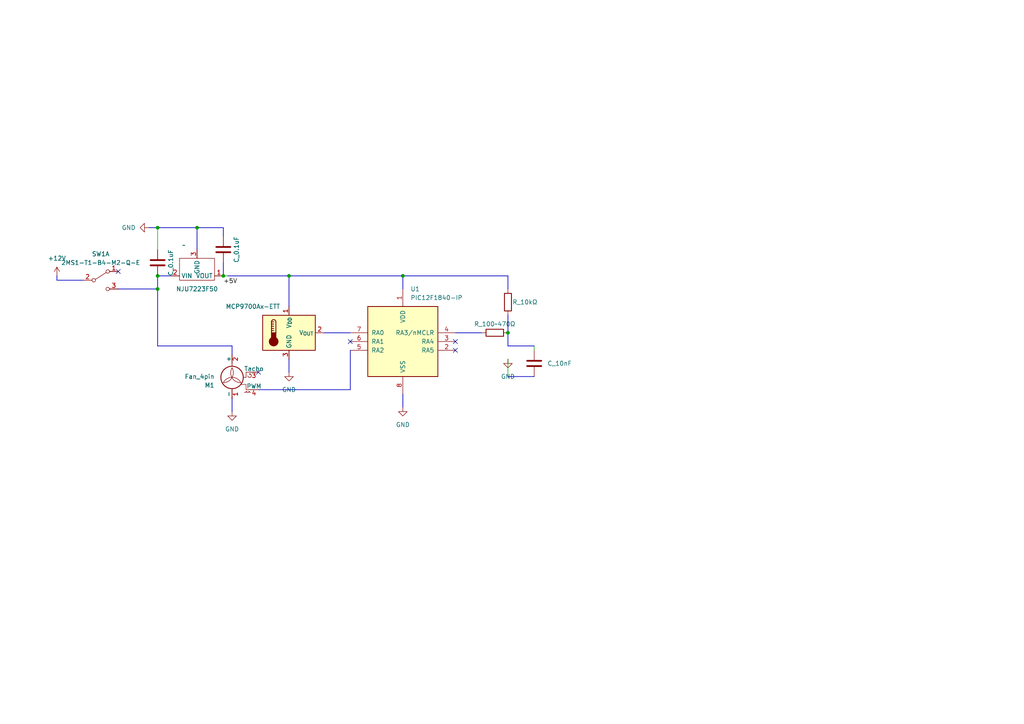
<source format=kicad_sch>
(kicad_sch (version 20230121) (generator eeschema)
  (paper "A4")
  (lib_symbols
    (symbol "Device:C" (pin_numbers hide) (pin_names (offset 0.254))
      (property "Reference" "C" (at 0.635 2.54 0))
      (property "Value" "C" (at 0.635 -2.54 0))
      (symbol "C_0_1"
        (polyline (pts (xy -2.032 -0.762) (xy 2.032 -0.762)) (stroke (width 0.508)))
        (polyline (pts (xy -2.032 0.762) (xy 2.032 0.762)) (stroke (width 0.508)))
      )
      (symbol "C_1_1"
        (pin passive line (at 0 3.81 270) (length 2.794) (name "~") (number "1"))
        (pin passive line (at 0 -3.81 90) (length 2.794) (name "~") (number "2"))
      )
    )
    (symbol "Device:R" (pin_numbers hide) (pin_names (offset 0))
      (property "Reference" "R" (at 2.032 0 90))
      (property "Value" "R" (at 0 0 90))
      (symbol "R_0_1"
        (rectangle (start -1.016 -2.54) (end 1.016 2.54) (stroke (width 0.254)))
      )
      (symbol "R_1_1"
        (pin passive line (at 0 3.81 270) (length 1.27) (name "~") (number "1"))
        (pin passive line (at 0 -3.81 90) (length 1.27) (name "~") (number "2"))
      )
    )
    (symbol "MCU_Microchip_PIC12:PIC12F1840-IP" (pin_names (offset 1.016))
      (property "Reference" "U1" (at 2.1941 15.24 0))
      (property "Value" "PIC12F1840-IP" (at 2.1941 12.7 0))
      (symbol "PIC12F1840-IP_0_1"
        (rectangle (start 10.16 -10.16) (end -10.16 10.16) (stroke (width 0.254)) (fill (type background)))
      )
      (symbol "PIC12F1840-IP_1_1"
        (pin power_in line (at 0 15.24 270) (length 5.08) (name "VDD") (number "1"))
        (pin bidirectional line (at 15.24 -2.54 180) (length 5.08) (name "RA5") (number "2"))
        (pin bidirectional line (at 15.24 0 180) (length 5.08) (name "RA4") (number "3"))
        (pin input line (at 15.24 2.54 180) (length 5.08) (name "RA3/nMCLR") (number "4"))
        (pin bidirectional line (at -15.24 -2.54 0) (length 5.08) (name "RA2") (number "5"))
        (pin bidirectional line (at -15.24 0 0) (length 5.08) (name "RA1") (number "6"))
        (pin bidirectional line (at -15.24 2.54 0) (length 5.08) (name "RA0") (number "7"))
        (pin power_in line (at 0 -15.24 90) (length 5.08) (name "VSS") (number "8"))
      )
    )
    (symbol "Motor:Fan_4pin" (pin_names (offset 0))
      (property "Reference" "M" (at 2.54 5.08 0))
      (property "Value" "Fan_4pin" (at 2.54 -2.54 0))
      (symbol "Fan_4pin_0_0"
        (arc (start -5.588 1.524) (mid -5.08 1.0182) (end -4.572 1.524))
        (arc (start -5.08 2.032) (mid -5.4392 1.8832) (end -5.588 1.524))
        (polyline (pts (xy -5.08 2.032) (xy -5.334 2.159)))
        (polyline (pts (xy -5.08 2.032) (xy -5.207 1.778)))
        (polyline (pts (xy -4.064 2.54) (xy -4.064 1.016) (xy -3.302 1.016)))
      )
      (symbol "Fan_4pin_0_1"
        (arc (start -2.54 -0.508) (mid 0.0028 0.9121) (end 0 3.81))
        (polyline (pts (xy -4.064 2.54) (xy -5.08 2.54)))
        (polyline (pts (xy 0 -5.08) (xy 0 -4.572)))
        (polyline (pts (xy 0 -2.2352) (xy 0 -2.6416)))
        (polyline (pts (xy 0 4.2672) (xy 0 4.6228)))
        (polyline (pts (xy 0 4.572) (xy 0 5.08)))
        (polyline (pts (xy -2.54 -1.016) (xy -4.064 -1.016) (xy -4.064 -2.54) (xy -5.08 -2.54)))
        (polyline (pts (xy -5.334 -3.302) (xy -5.08 -3.302) (xy -5.08 -3.048) (xy -4.826 -3.048) (xy -4.826 -3.302) (xy -4.318 -3.302) (xy -4.318 -3.048) (xy -4.064 -3.048) (xy -4.064 -3.302) (xy -3.556 -3.302)))
        (circle (center 0 1.016) (radius 3.2512) (stroke (width 0.254)))
        (arc (start 0 3.81) (mid 0.053 0.921) (end 2.54 -0.508))
        (arc (start 2.54 -0.508) (mid 0 1.0618) (end -2.54 -0.508))
      )
      (symbol "Fan_4pin_1_1"
        (pin passive line (at 0 -5.08 90) (length 2.54) (name "-") (number "1"))
        (pin passive line (at 0 7.62 270) (length 2.54) (name "+") (number "2"))
        (pin passive line (at -7.62 2.54 0) (length 2.54) (name "Tacho") (number "3"))
        (pin input line (at -7.62 -2.54 0) (length 2.54) (name "PWM") (number "4"))
      )
    )
    (symbol "Ore:NJU7223F50"
      (property "Reference" "NJU7223F50" (at 11.43 1.27 0))
      (symbol "NJU7223F50_0_1"
        (rectangle (start -1.27 10.16) (end 8.89 3.81))
      )
      (symbol "NJU7223F50_1_1"
        (pin output line (at 11.43 8.89 180) (length 2.54) (name "VOUT") (number "1"))
        (pin power_in line (at -3.81 8.89 0) (length 2.54) (name "VIN") (number "2"))
        (pin power_out line (at 3.81 1.27 90) (length 2.54) (name "GND") (number "3"))
      )
    )
    (symbol "Sensor_Temperature:MCP9700Ax-ETT"
      (property "Reference" "U" (at -6.35 6.35 0))
      (property "Value" "MCP9700Ax-ETT" (at 1.27 6.35 0))
      (symbol "MCP9700Ax-ETT_0_1"
        (rectangle (start -7.62 5.08) (end 7.62 -5.08) (stroke (width 0.254)) (fill (type background)))
        (circle (center -4.445 -2.54) (radius 1.27) (stroke (width 0.254)) (fill (type outline)))
        (rectangle (start -3.81 -1.905) (end -5.08 0) (stroke (width 0.254)) (fill (type outline)))
        (arc (start -3.81 3.175) (mid -4.445 3.8073) (end -5.08 3.175) (stroke (width 0.254)))
        (polyline (pts (xy -5.08 0.635) (xy -4.445 0.635)) (stroke (width 0.254)))
        (polyline (pts (xy -5.08 1.27) (xy -4.445 1.27)) (stroke (width 0.254)))
        (polyline (pts (xy -5.08 1.905) (xy -4.445 1.905)) (stroke (width 0.254)))
        (polyline (pts (xy -5.08 2.54) (xy -4.445 2.54)) (stroke (width 0.254)))
        (polyline (pts (xy -5.08 3.175) (xy -5.08 0)) (stroke (width 0.254)))
        (polyline (pts (xy -5.08 3.175) (xy -4.445 3.175)) (stroke (width 0.254)))
        (polyline (pts (xy -3.81 3.175) (xy -3.81 0)) (stroke (width 0.254)))
      )
      (symbol "MCP9700Ax-ETT_1_1"
        (pin power_in line (at 0 7.62 270) (length 2.54) (name "V_{DD}") (number "1"))
        (pin output line (at 10.16 0 180) (length 2.54) (name "V_{OUT}") (number "2"))
        (pin power_in line (at 0 -7.62 90) (length 2.54) (name "GND") (number "3"))
      )
    )
    (symbol "Switch:SW_DPDT_x2" (pin_names (offset 0) hide)
      (property "Reference" "SW" (at 0 4.318 0))
      (property "Value" "SW_DPDT_x2" (at 0 -5.08 0))
      (symbol "SW_DPDT_x2_0_0"
        (circle (center -2.032 0) (radius 0.508))
        (circle (center 2.032 -2.54) (radius 0.508))
      )
      (symbol "SW_DPDT_x2_0_1"
        (polyline (pts (xy -1.524 0.254) (xy 1.651 2.286)))
        (circle (center 2.032 2.54) (radius 0.508))
      )
      (symbol "SW_DPDT_x2_1_1"
        (pin passive line (at 5.08 2.54 180) (length 2.54) (name "A") (number "1"))
        (pin passive line (at -5.08 0 0) (length 2.54) (name "B") (number "2"))
        (pin passive line (at 5.08 -2.54 180) (length 2.54) (name "C") (number "3"))
      )
      (symbol "SW_DPDT_x2_2_1"
        (pin passive line (at 5.08 2.54 180) (length 2.54) (name "A") (number "4"))
        (pin passive line (at -5.08 0 0) (length 2.54) (name "B") (number "5"))
        (pin passive line (at 5.08 -2.54 180) (length 2.54) (name "C") (number "6"))
      )
    )
    (symbol "power:+12V" (power) (pin_names (offset 0))
      (property "Value" "+12V" (at 0 3.556 0))
      (symbol "+12V_0_1"
        (polyline (pts (xy -0.762 1.27) (xy 0 2.54)))
        (polyline (pts (xy 0 0) (xy 0 2.54)))
        (polyline (pts (xy 0 2.54) (xy 0.762 1.27)))
      )
      (symbol "+12V_1_1"
        (pin power_in line (at 0 0 90) (length 0) hide (name "+12V") (number "1"))
      )
    )
    (symbol "power:GND" (power) (pin_names (offset 0))
      (property "Value" "GND" (at 0 -3.81 0))
      (symbol "GND_0_1"
        (polyline (pts (xy 0 0) (xy 0 -1.27) (xy 1.27 -1.27) (xy 0 -2.54) (xy -1.27 -1.27) (xy 0 -1.27)))
      )
      (symbol "GND_1_1"
        (pin power_in line (at 0 0 270) (length 0) hide (name "GND") (number "1"))
      )
    )
  )
  (junction (at 57.15 66.04))
  (junction (at 45.72 83.82))
  (junction (at 45.72 80.01))
  (junction (at 147.32 96.52))
  (junction (at 64.77 80.01))
  (junction (at 116.84 80.01))
  (junction (at 83.82 80.01))
  (junction (at 45.72 66.04))
  (no_connect (at 74.93 107.95))
  (no_connect (at 132.08 101.6))
  (no_connect (at 132.08 99.06))
  (no_connect (at 34.29 78.74))
  (no_connect (at 101.6 99.06))
  (wire (pts (xy 64.77 80.01) (xy 66.04 80.01)))
  (wire (pts (xy 67.31 100.33) (xy 45.72 100.33)) (stroke (width 0.2) (color 0 0 194 1)))
  (wire (pts (xy 147.32 109.22) (xy 147.32 104.14)))
  (wire (pts (xy 116.84 80.01) (xy 116.84 83.82)) (stroke (width 0.2) (color 0 0 194 1)))
  (wire (pts (xy 154.94 101.6) (xy 154.94 100.33)))
  (wire (pts (xy 116.84 114.3) (xy 116.84 118.11)) (stroke (width 0.2) (color 0 0 194 1)))
  (wire (pts (xy 67.31 102.87) (xy 67.31 100.33)) (stroke (width 0.2) (color 0 0 194 1)))
  (wire (pts (xy 116.84 80.01) (xy 147.32 80.01)) (stroke (width 0.2) (color 0 0 194 1)))
  (wire (pts (xy 64.77 66.04) (xy 64.77 68.58)) (stroke (width 0.2) (color 0 0 194 1)))
  (wire (pts (xy 154.94 109.22) (xy 147.32 109.22)) (stroke (width 0.2) (color 0 0 194 1)))
  (wire (pts (xy 45.72 66.04) (xy 57.15 66.04)) (stroke (width 0.2) (color 0 0 194 1)))
  (wire (pts (xy 147.32 91.44) (xy 147.32 96.52)) (stroke (width 0.2) (color 0 0 194 1)))
  (wire (pts (xy 45.72 80.01) (xy 45.72 83.82)) (stroke (width 0.2) (color 0 0 194 1)))
  (wire (pts (xy 45.72 66.04) (xy 45.72 72.39)))
  (wire (pts (xy 147.32 100.33) (xy 147.32 96.52)) (stroke (width 0.2) (color 0 0 194 1)))
  (wire (pts (xy 132.08 96.52) (xy 139.7 96.52)) (stroke (width 0.2) (color 0 0 194 1)))
  (wire (pts (xy 45.72 80.01) (xy 49.53 80.01)) (stroke (width 0.2) (color 0 0 194 1)))
  (wire (pts (xy 43.18 66.04) (xy 45.72 66.04)) (stroke (width 0.2) (color 0 0 194 1)))
  (wire (pts (xy 34.29 83.82) (xy 45.72 83.82)) (stroke (width 0.2) (color 0 0 194 1)))
  (wire (pts (xy 66.04 80.01) (xy 83.82 80.01)) (stroke (width 0.2) (color 0 0 194 1)))
  (wire (pts (xy 74.93 113.03) (xy 101.6 113.03)) (stroke (width 0.2) (color 0 0 194 1)))
  (wire (pts (xy 24.13 81.28) (xy 16.51 81.28)) (stroke (width 0.2) (color 0 0 194 1)))
  (wire (pts (xy 64.77 76.2) (xy 64.77 80.01)) (stroke (width 0.2) (color 0 0 194 1)))
  (wire (pts (xy 83.82 80.01) (xy 116.84 80.01)) (stroke (width 0.2) (color 0 0 194 1)))
  (wire (pts (xy 101.6 113.03) (xy 101.6 101.6)) (stroke (width 0.2) (color 0 0 194 1)))
  (wire (pts (xy 83.82 80.01) (xy 83.82 88.9)) (stroke (width 0.2) (color 0 0 194 1)))
  (wire (pts (xy 154.94 100.33) (xy 147.32 100.33)) (stroke (width 0.2) (color 0 0 194 1)))
  (wire (pts (xy 57.15 66.04) (xy 57.15 72.39)) (stroke (width 0.2) (color 0 0 194 1)))
  (wire (pts (xy 16.51 81.28) (xy 16.51 80.01)) (stroke (width 0.2) (color 0 0 194 1)))
  (wire (pts (xy 93.98 96.52) (xy 101.6 96.52)) (stroke (width 0.2) (color 0 0 194 1)))
  (wire (pts (xy 45.72 100.33) (xy 45.72 83.82)) (stroke (width 0.2) (color 0 0 194 1)))
  (wire (pts (xy 64.77 66.04) (xy 57.15 66.04)) (stroke (width 0.2) (color 0 0 194 1)))
  (wire (pts (xy 67.31 119.38) (xy 67.31 115.57)) (stroke (width 0.2) (color 0 0 194 1)))
  (wire (pts (xy 83.82 104.14) (xy 83.82 107.95)) (stroke (width 0.2) (color 0 0 194 1)))
  (wire (pts (xy 147.32 83.82) (xy 147.32 80.01)) (stroke (width 0.2) (color 0 0 194 1)))
  (label "+5V" (at 64.77 82.55 0))
  (symbol (lib_id "power:GND") (at 83.82 107.95 0) (unit 1)
    (property "Reference" "#PWR05" (effects hide))
    (property "Value" "GND" (at 83.82 113.03 0))
  )
  (symbol (lib_id "Ore:NJU7223F50") (at 53.34 71.12 0) (mirror x) (unit 1)
    (property "Reference" "NJU7223F50" (at 57.15 83.82 0))
    (property "Value" "~" (at 53.34 71.12 0))
  )
  (symbol (lib_id "Device:C") (at 64.77 72.39 0) (mirror x) (unit 1)
    (property "Reference" "C_0.1uF" (at 68.58 72.39 90))
    (property "Value" "C" (effects hide))
  )
  (symbol (lib_id "power:+12V") (at 16.51 80.01 0) (unit 1)
    (property "Reference" "#PWR01" (effects hide))
    (property "Value" "+12V" (at 16.51 74.93 0))
  )
  (symbol (lib_id "Device:R") (at 147.32 87.63 0) (unit 1)
    (property "Reference" "R_10kΩ" (at 148.59 87.63 0) (effects (justify left)))
    (property "Value" "R" (effects hide))
  )
  (symbol (lib_id "Sensor_Temperature:MCP9700Ax-ETT") (at 83.82 96.52 0) (unit 1)
    (property "Reference" "U2" (effects hide))
    (property "Value" "MCP9700Ax-ETT" (at 81.28 88.9 0) (effects (justify right)))
    (property "Footprint" "Package_TO_SOT_SMD:SOT-23" (effects hide))
    (property "Datasheet" "http://ww1.microchip.com/downloads/en/devicedoc/20001942g.pdf" (effects hide))
  )
  (symbol (lib_id "Device:C") (at 45.72 76.2 0) (mirror x) (unit 1)
    (property "Reference" "C_0.1uF" (at 49.53 76.2 90))
    (property "Value" "C" (effects hide))
  )
  (symbol (lib_id "Switch:SW_DPDT_x2") (at 29.21 81.28 0) (unit 1)
    (property "Reference" "SW1" (at 29.21 73.66 0))
    (property "Value" "2MS1-T1-B4-M2-Q-E" (at 29.21 76.2 0))
  )
  (symbol (lib_id "power:GND") (at 116.84 118.11 0) (unit 1)
    (property "Reference" "#PWR04" (effects hide))
    (property "Value" "GND" (at 116.84 123.19 0))
  )
  (symbol (lib_id "power:GND") (at 147.32 104.14 0) (unit 1)
    (property "Reference" "#PWR03" (effects hide))
    (property "Value" "GND" (at 147.32 109.22 0))
  )
  (symbol (lib_id "power:GND") (at 67.31 119.38 0) (unit 1)
    (property "Reference" "#PWR06" (effects hide))
    (property "Value" "GND" (at 67.31 124.46 0))
  )
  (symbol (lib_id "MCU_Microchip_PIC12:PIC12F1840-IP") (at 116.84 99.06 0) (unit 1)
    (property "Reference" "U1" (at 119.0341 83.82 0) (effects (justify left)))
    (property "Value" "PIC12F1840-IP" (at 119.0341 86.36 0) (effects (justify left)))
    (property "Footprint" "Package_DIP:DIP-8_W7.62mm" (effects hide))
    (property "Datasheet" "http://ww1.microchip.com/downloads/en/DeviceDoc/41441B.pdf" (effects hide))
  )
  (symbol (lib_id "Device:R") (at 143.51 96.52 270) (unit 1)
    (property "Reference" "R_100~470Ω" (at 143.51 93.98 90))
    (property "Value" "R" (effects hide))
  )
  (symbol (lib_id "power:GND") (at 43.18 66.04 270) (unit 1)
    (property "Reference" "#PWR07" (effects hide))
    (property "Value" "GND" (at 39.37 66.04 90) (effects (justify right)))
  )
  (symbol (lib_id "Device:C") (at 154.94 105.41 0) (unit 1)
    (property "Reference" "C_10nF" (at 158.75 105.41 0) (effects (justify left)))
    (property "Value" "C" (effects hide))
  )
  (symbol (lib_id "Motor:Fan_4pin") (at 67.31 110.49 0) (mirror y) (unit 1)
    (property "Reference" "M1" (at 62.23 111.76 0) (effects (justify left)))
    (property "Value" "Fan_4pin" (at 62.23 109.22 0) (effects (justify left)))
    (property "Datasheet" "http://www.formfactors.org/developer%5Cspecs%5Crev1_2_public.pdf" (effects hide))
  )
)
</source>
